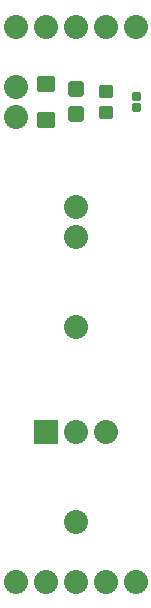
<source format=gts>
G04 EAGLE Gerber RS-274X export*
G75*
%MOMM*%
%FSLAX34Y34*%
%LPD*%
%INSoldermask Top*%
%IPPOS*%
%AMOC8*
5,1,8,0,0,1.08239X$1,22.5*%
G01*
%ADD10C,2.032000*%
%ADD11C,0.243431*%
%ADD12C,0.449434*%
%ADD13C,0.255816*%
%ADD14C,0.513909*%
%ADD15R,2.032000X2.032000*%


D10*
X72390Y330200D03*
X72390Y63500D03*
X72390Y228600D03*
X72390Y304800D03*
X21590Y406400D03*
X21590Y431800D03*
D11*
X40445Y428555D02*
X40445Y439645D01*
X53535Y439645D01*
X53535Y428555D01*
X40445Y428555D01*
X40445Y430867D02*
X53535Y430867D01*
X53535Y433179D02*
X40445Y433179D01*
X40445Y435491D02*
X53535Y435491D01*
X53535Y437803D02*
X40445Y437803D01*
X40445Y409645D02*
X40445Y398555D01*
X40445Y409645D02*
X53535Y409645D01*
X53535Y398555D01*
X40445Y398555D01*
X40445Y400867D02*
X53535Y400867D01*
X53535Y403179D02*
X40445Y403179D01*
X40445Y405491D02*
X53535Y405491D01*
X53535Y407803D02*
X40445Y407803D01*
D12*
X94275Y413845D02*
X101305Y413845D01*
X101305Y406815D01*
X94275Y406815D01*
X94275Y413845D01*
X94275Y411084D02*
X101305Y411084D01*
X101305Y431385D02*
X94275Y431385D01*
X101305Y431385D02*
X101305Y424355D01*
X94275Y424355D01*
X94275Y431385D01*
X94275Y428624D02*
X101305Y428624D01*
D13*
X120707Y426583D02*
X120707Y421617D01*
X120707Y426583D02*
X125673Y426583D01*
X125673Y421617D01*
X120707Y421617D01*
X120707Y424047D02*
X125673Y424047D01*
X125673Y426477D02*
X120707Y426477D01*
X120707Y416583D02*
X120707Y411617D01*
X120707Y416583D02*
X125673Y416583D01*
X125673Y411617D01*
X120707Y411617D01*
X120707Y414047D02*
X125673Y414047D01*
X125673Y416477D02*
X120707Y416477D01*
D10*
X21590Y12700D03*
X46990Y12700D03*
X72390Y12700D03*
X97790Y12700D03*
X123190Y12700D03*
X21590Y482600D03*
X46990Y482600D03*
X72390Y482600D03*
X97790Y482600D03*
X123190Y482600D03*
D14*
X68197Y433793D02*
X68197Y425407D01*
X68197Y433793D02*
X76583Y433793D01*
X76583Y425407D01*
X68197Y425407D01*
X68197Y430289D02*
X76583Y430289D01*
X68197Y412793D02*
X68197Y404407D01*
X68197Y412793D02*
X76583Y412793D01*
X76583Y404407D01*
X68197Y404407D01*
X68197Y409289D02*
X76583Y409289D01*
D15*
X46990Y139550D03*
D10*
X72390Y139550D03*
X97790Y139550D03*
M02*

</source>
